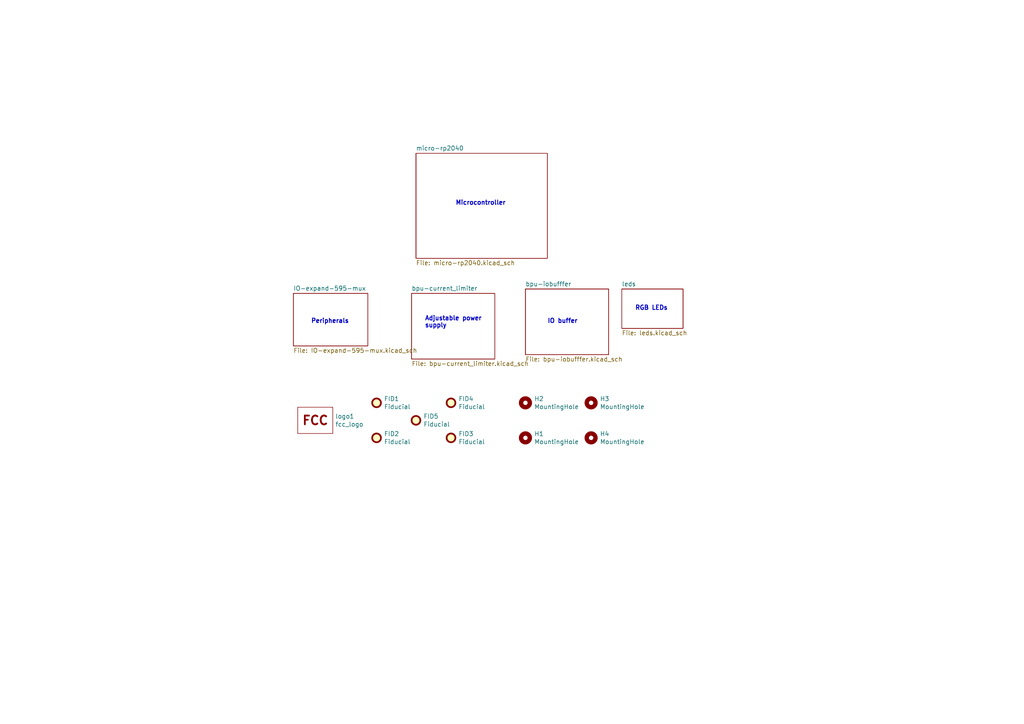
<source format=kicad_sch>
(kicad_sch (version 20230121) (generator eeschema)
  (paper "A4")
  (lib_symbols
    (symbol "BusPirate-5-rev8-rescue:fcc_logo-DP_logo_kicad" (pin_names (offset 1.016))
      (property "Reference" "logo" (at 0 5.08 0))
      (property "Value" "DP_logo_kicad_fcc_logo" (at 0 -5.08 0))
      (symbol "fcc_logo-DP_logo_kicad_0_0"
        (rectangle (start -5.08 3.81) (end 5.08 -3.81))
        (text "FCC" (at 0 0 0) (effects (font (size 2.54 2.54) bold)))
      )
    )
    (symbol "Mechanical:Fiducial"
      (property "Reference" "FID" (at 0 5.08 0))
      (property "Value" "Fiducial" (at 0 3.175 0))
      (symbol "Fiducial_0_1"
        (circle (center 0 0) (radius 1.27) (stroke (width 0.508)) (fill (type background)))
      )
    )
    (symbol "Mechanical:MountingHole" (pin_names (offset 1.016))
      (property "Reference" "H" (at 0 5.08 0))
      (property "Value" "MountingHole" (at 0 3.175 0))
      (symbol "MountingHole_0_1"
        (circle (center 0 0) (radius 1.27) (stroke (width 1.27)))
      )
    )
  )
  (text "IO buffer" (at 158.75 93.98 0) (effects (font (size 1.27 1.27) (thickness 0.254) bold) (justify left bottom)))
  (text "Peripherals" (at 90.17 93.98 0) (effects (font (size 1.27 1.27) (thickness 0.254) bold) (justify left bottom)))
  (text "Adjustable power \nsupply" (at 123.19 95.25 0) (effects (font (size 1.27 1.27) (thickness 0.254) bold) (justify left bottom)))
  (text "Microcontroller" (at 132.08 59.69 0) (effects (font (size 1.27 1.27) (thickness 0.254) bold) (justify left bottom)))
  (text "RGB LEDs" (at 184.15 90.17 0) (effects (font (size 1.27 1.27) (thickness 0.254) bold) (justify left bottom)))
  (symbol (lib_id "Mechanical:MountingHole") (at 152.4 116.84 0) (unit 1)
    (property "Reference" "H2" (at 154.94 115.6716 0) (effects (justify left)))
    (property "Value" "MountingHole" (at 154.94 117.983 0) (effects (justify left)))
    (property "Footprint" "MountingHole:MountingHole_3.2mm_M3" (effects hide))
  )
  (symbol (lib_id "Mechanical:MountingHole") (at 152.4 127 0) (unit 1)
    (property "Reference" "H1" (at 154.94 125.8316 0) (effects (justify left)))
    (property "Value" "MountingHole" (at 154.94 128.143 0) (effects (justify left)))
    (property "Footprint" "MountingHole:MountingHole_3.2mm_M3" (effects hide))
  )
  (symbol (lib_id "Mechanical:MountingHole") (at 171.45 116.84 0) (unit 1)
    (property "Reference" "H3" (at 173.99 115.6716 0) (effects (justify left)))
    (property "Value" "MountingHole" (at 173.99 117.983 0) (effects (justify left)))
    (property "Footprint" "MountingHole:MountingHole_3.2mm_M3" (effects hide))
  )
  (symbol (lib_id "Mechanical:MountingHole") (at 171.45 127 0) (unit 1)
    (property "Reference" "H4" (at 173.99 125.8316 0) (effects (justify left)))
    (property "Value" "MountingHole" (at 173.99 128.143 0) (effects (justify left)))
    (property "Footprint" "MountingHole:MountingHole_3.2mm_M3" (effects hide))
  )
  (symbol (lib_id "Mechanical:Fiducial") (at 109.22 116.84 0) (unit 1)
    (property "Reference" "FID1" (at 111.379 115.6716 0) (effects (justify left)))
    (property "Value" "Fiducial" (at 111.379 117.983 0) (effects (justify left)))
    (property "Footprint" "Fiducial:Fiducial_1mm_Mask2mm" (effects hide))
  )
  (symbol (lib_id "Mechanical:Fiducial") (at 109.22 127 0) (unit 1)
    (property "Reference" "FID2" (at 111.379 125.8316 0) (effects (justify left)))
    (property "Value" "Fiducial" (at 111.379 128.143 0) (effects (justify left)))
    (property "Footprint" "Fiducial:Fiducial_1mm_Mask2mm" (effects hide))
  )
  (symbol (lib_id "Mechanical:Fiducial") (at 130.81 127 0) (unit 1)
    (property "Reference" "FID3" (at 132.969 125.8316 0) (effects (justify left)))
    (property "Value" "Fiducial" (at 132.969 128.143 0) (effects (justify left)))
    (property "Footprint" "Fiducial:Fiducial_1mm_Mask2mm" (effects hide))
  )
  (symbol (lib_id "Mechanical:Fiducial") (at 130.81 116.84 0) (unit 1)
    (property "Reference" "FID4" (at 132.969 115.6716 0) (effects (justify left)))
    (property "Value" "Fiducial" (at 132.969 117.983 0) (effects (justify left)))
    (property "Footprint" "Fiducial:Fiducial_1mm_Mask2mm" (effects hide))
  )
  (symbol (lib_id "Mechanical:Fiducial") (at 120.65 121.92 0) (unit 1)
    (property "Reference" "FID5" (at 122.809 120.7516 0) (effects (justify left)))
    (property "Value" "Fiducial" (at 122.809 123.063 0) (effects (justify left)))
    (property "Footprint" "Fiducial:Fiducial_1mm_Mask2mm" (effects hide))
  )
  (symbol (lib_id "BusPirate-5-rev8-rescue:fcc_logo-DP_logo_kicad") (at 91.44 121.92 0) (unit 1)
    (property "Reference" "logo1" (at 97.2312 120.7516 0) (effects (justify left)))
    (property "Value" "fcc_logo" (at 97.2312 123.063 0) (effects (justify left)))
    (property "Footprint" "dp-logo:logo_fcc" (effects hide))
  )
  (sheet (at 152.4 83.82) (size 24.13 19.05)
    (property "Sheetname" "bpu-iobufffer" (at 152.4 83.1084 0) (effects (justify left bottom)))
    (property "Sheetfile" "bpu-iobufffer.kicad_sch" (at 152.4 103.4546 0) (effects (justify left top)))
  )
  (sheet (at 119.38 85.09) (size 24.13 19.05)
    (property "Sheetname" "bpu-current_limiter" (at 119.38 84.3784 0) (effects (justify left bottom)))
    (property "Sheetfile" "bpu-current_limiter.kicad_sch" (at 119.38 104.7246 0) (effects (justify left top)))
  )
  (sheet (at 120.65 44.45) (size 38.1 30.48)
    (property "Sheetname" "micro-rp2040" (at 120.65 43.7384 0) (effects (justify left bottom)))
    (property "Sheetfile" "micro-rp2040.kicad_sch" (at 120.65 75.5146 0) (effects (justify left top)))
  )
  (sheet (at 85.09 85.09) (size 21.59 15.24)
    (property "Sheetname" "IO-expand-595-mux" (at 85.09 84.3784 0) (effects (justify left bottom)))
    (property "Sheetfile" "IO-expand-595-mux.kicad_sch" (at 85.09 100.9146 0) (effects (justify left top)))
  )
  (sheet (at 180.34 83.82) (size 17.78 11.43)
    (property "Sheetname" "leds" (at 180.34 83.1084 0) (effects (justify left bottom)))
    (property "Sheetfile" "leds.kicad_sch" (at 180.34 95.8346 0) (effects (justify left top)))
  )
)
</source>
